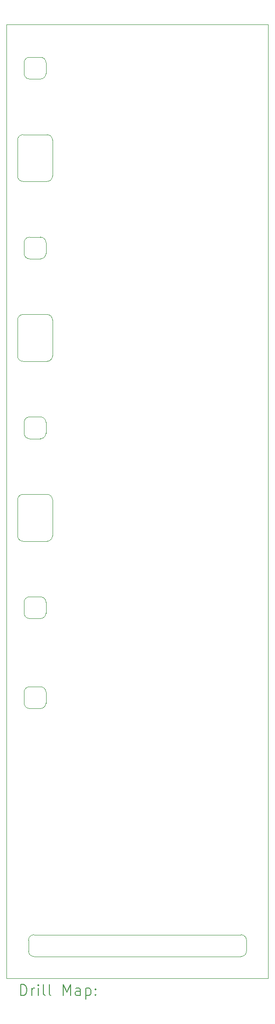
<source format=gbr>
%TF.GenerationSoftware,KiCad,Pcbnew,8.0.3*%
%TF.CreationDate,2024-06-29T16:08:03+02:00*%
%TF.ProjectId,DMH_Adapter_Mult_PCB,444d485f-4164-4617-9074-65725f4d756c,1*%
%TF.SameCoordinates,Original*%
%TF.FileFunction,Drillmap*%
%TF.FilePolarity,Positive*%
%FSLAX45Y45*%
G04 Gerber Fmt 4.5, Leading zero omitted, Abs format (unit mm)*
G04 Created by KiCad (PCBNEW 8.0.3) date 2024-06-29 16:08:03*
%MOMM*%
%LPD*%
G01*
G04 APERTURE LIST*
%ADD10C,0.050000*%
%ADD11C,0.200000*%
G04 APERTURE END LIST*
D10*
X5690000Y-13880000D02*
X5690000Y-13220000D01*
X5150000Y-7380000D02*
G75*
G02*
X5050000Y-7280000I0J100000D01*
G01*
X5250000Y-21300000D02*
G75*
G02*
X5350000Y-21200000I100000J0D01*
G01*
X5170000Y-15300000D02*
X5170000Y-15100000D01*
X5570000Y-15300000D02*
G75*
G02*
X5470000Y-15400000I-100000J0D01*
G01*
X5570000Y-8500000D02*
X5570000Y-8700000D01*
X5170000Y-11999289D02*
X5170000Y-11799289D01*
X5570000Y-5400000D02*
G75*
G02*
X5470000Y-5500000I-100000J0D01*
G01*
X5270000Y-15400000D02*
G75*
G02*
X5170000Y-15300000I0J100000D01*
G01*
X5570000Y-5200000D02*
X5570000Y-5400000D01*
X5470000Y-17050000D02*
X5270000Y-17050000D01*
X5150000Y-10680000D02*
X5590000Y-10680000D01*
X5170000Y-16950000D02*
X5170000Y-16750000D01*
X5170000Y-16750000D02*
G75*
G02*
X5270000Y-16650000I100000J0D01*
G01*
X5570000Y-15100000D02*
X5570000Y-15300000D01*
X5150000Y-10680000D02*
G75*
G02*
X5050000Y-10580000I0J100000D01*
G01*
X5270000Y-5100000D02*
X5470000Y-5100000D01*
X5170000Y-5400000D02*
X5170000Y-5200000D01*
X5470000Y-12099289D02*
X5270000Y-12099289D01*
X5270000Y-5500000D02*
G75*
G02*
X5170000Y-5400000I0J100000D01*
G01*
X9250000Y-21300000D02*
X9250000Y-21500000D01*
X5250000Y-21300000D02*
X5250000Y-21500000D01*
X5590000Y-13120000D02*
G75*
G02*
X5690000Y-13220000I0J-100000D01*
G01*
X5150000Y-13980000D02*
X5590000Y-13980000D01*
X9150000Y-21200000D02*
X5350000Y-21200000D01*
X9150000Y-21200000D02*
G75*
G02*
X9250000Y-21300000I0J-100000D01*
G01*
X9250000Y-21500000D02*
G75*
G02*
X9150000Y-21600000I-100000J0D01*
G01*
X5570000Y-16950000D02*
G75*
G02*
X5470000Y-17050000I-100000J0D01*
G01*
X4850000Y-4500000D02*
X9650000Y-4500000D01*
X9650000Y-22000000D01*
X4850000Y-22000000D01*
X4850000Y-4500000D01*
X5470000Y-11699289D02*
G75*
G02*
X5570001Y-11799289I0J-100001D01*
G01*
X5170000Y-11799289D02*
G75*
G02*
X5270000Y-11699290I100000J-1D01*
G01*
X5570000Y-11799289D02*
X5570000Y-11999289D01*
X5270000Y-11699289D02*
X5470000Y-11699289D01*
X5590000Y-9820000D02*
X5150000Y-9820000D01*
X5050000Y-13220000D02*
X5050000Y-13880000D01*
X5590000Y-6520000D02*
G75*
G02*
X5690000Y-6620000I0J-100000D01*
G01*
X5270000Y-16650000D02*
X5470000Y-16650000D01*
X5690000Y-7280000D02*
G75*
G02*
X5590000Y-7380000I-100000J0D01*
G01*
X5350000Y-21600000D02*
G75*
G02*
X5250000Y-21500000I0J100000D01*
G01*
X5150000Y-13980000D02*
G75*
G02*
X5050000Y-13880000I0J100000D01*
G01*
X5050000Y-6620000D02*
X5050000Y-7280000D01*
X5570000Y-11999289D02*
G75*
G02*
X5470000Y-12099290I-100000J-1D01*
G01*
X5470000Y-15400000D02*
X5270000Y-15400000D01*
X5170000Y-15100000D02*
G75*
G02*
X5270000Y-15000000I100000J0D01*
G01*
X5590000Y-9820000D02*
G75*
G02*
X5690000Y-9920000I0J-100000D01*
G01*
X5270000Y-17050000D02*
G75*
G02*
X5170000Y-16950000I0J100000D01*
G01*
X5470000Y-16650000D02*
G75*
G02*
X5570000Y-16750000I0J-100000D01*
G01*
X5050000Y-9920000D02*
X5050000Y-10580000D01*
X5350000Y-21600000D02*
X9150000Y-21600000D01*
X5050000Y-6620000D02*
G75*
G02*
X5150000Y-6520000I100000J0D01*
G01*
X5690000Y-10580000D02*
G75*
G02*
X5590000Y-10680000I-100000J0D01*
G01*
X5470000Y-8400000D02*
G75*
G02*
X5570000Y-8500000I0J-100000D01*
G01*
X5170000Y-5200000D02*
G75*
G02*
X5270000Y-5100000I100000J0D01*
G01*
X5270000Y-15000000D02*
X5470000Y-15000000D01*
X5170000Y-8700000D02*
X5170000Y-8500000D01*
X5270000Y-12099289D02*
G75*
G02*
X5170001Y-11999289I0J99999D01*
G01*
X5570000Y-16750000D02*
X5570000Y-16950000D01*
X5270000Y-8800000D02*
G75*
G02*
X5170000Y-8700000I0J100000D01*
G01*
X5150000Y-7380000D02*
X5590000Y-7380000D01*
X5470000Y-8800000D02*
X5270000Y-8800000D01*
X5270000Y-8400000D02*
X5470000Y-8400000D01*
X5590000Y-13120000D02*
X5150000Y-13120000D01*
X5690000Y-13880000D02*
G75*
G02*
X5590000Y-13980000I-100000J0D01*
G01*
X5470000Y-15000000D02*
G75*
G02*
X5570000Y-15100000I0J-100000D01*
G01*
X5470000Y-5500000D02*
X5270000Y-5500000D01*
X5470000Y-5100000D02*
G75*
G02*
X5570000Y-5200000I0J-100000D01*
G01*
X5170000Y-8500000D02*
G75*
G02*
X5270000Y-8400000I100000J0D01*
G01*
X5690000Y-10580000D02*
X5690000Y-9920000D01*
X5570000Y-8700000D02*
G75*
G02*
X5470000Y-8800000I-100000J0D01*
G01*
X5050000Y-13220000D02*
G75*
G02*
X5150000Y-13120000I100000J0D01*
G01*
X5590000Y-6520000D02*
X5150000Y-6520000D01*
X5050000Y-9920000D02*
G75*
G02*
X5150000Y-9820000I100000J0D01*
G01*
X5690000Y-7280000D02*
X5690000Y-6620000D01*
D11*
X5108277Y-22313984D02*
X5108277Y-22113984D01*
X5108277Y-22113984D02*
X5155896Y-22113984D01*
X5155896Y-22113984D02*
X5184467Y-22123508D01*
X5184467Y-22123508D02*
X5203515Y-22142555D01*
X5203515Y-22142555D02*
X5213039Y-22161603D01*
X5213039Y-22161603D02*
X5222563Y-22199698D01*
X5222563Y-22199698D02*
X5222563Y-22228270D01*
X5222563Y-22228270D02*
X5213039Y-22266365D01*
X5213039Y-22266365D02*
X5203515Y-22285412D01*
X5203515Y-22285412D02*
X5184467Y-22304460D01*
X5184467Y-22304460D02*
X5155896Y-22313984D01*
X5155896Y-22313984D02*
X5108277Y-22313984D01*
X5308277Y-22313984D02*
X5308277Y-22180650D01*
X5308277Y-22218746D02*
X5317801Y-22199698D01*
X5317801Y-22199698D02*
X5327324Y-22190174D01*
X5327324Y-22190174D02*
X5346372Y-22180650D01*
X5346372Y-22180650D02*
X5365420Y-22180650D01*
X5432086Y-22313984D02*
X5432086Y-22180650D01*
X5432086Y-22113984D02*
X5422563Y-22123508D01*
X5422563Y-22123508D02*
X5432086Y-22133031D01*
X5432086Y-22133031D02*
X5441610Y-22123508D01*
X5441610Y-22123508D02*
X5432086Y-22113984D01*
X5432086Y-22113984D02*
X5432086Y-22133031D01*
X5555896Y-22313984D02*
X5536848Y-22304460D01*
X5536848Y-22304460D02*
X5527324Y-22285412D01*
X5527324Y-22285412D02*
X5527324Y-22113984D01*
X5660658Y-22313984D02*
X5641610Y-22304460D01*
X5641610Y-22304460D02*
X5632086Y-22285412D01*
X5632086Y-22285412D02*
X5632086Y-22113984D01*
X5889229Y-22313984D02*
X5889229Y-22113984D01*
X5889229Y-22113984D02*
X5955896Y-22256841D01*
X5955896Y-22256841D02*
X6022562Y-22113984D01*
X6022562Y-22113984D02*
X6022562Y-22313984D01*
X6203515Y-22313984D02*
X6203515Y-22209222D01*
X6203515Y-22209222D02*
X6193991Y-22190174D01*
X6193991Y-22190174D02*
X6174943Y-22180650D01*
X6174943Y-22180650D02*
X6136848Y-22180650D01*
X6136848Y-22180650D02*
X6117801Y-22190174D01*
X6203515Y-22304460D02*
X6184467Y-22313984D01*
X6184467Y-22313984D02*
X6136848Y-22313984D01*
X6136848Y-22313984D02*
X6117801Y-22304460D01*
X6117801Y-22304460D02*
X6108277Y-22285412D01*
X6108277Y-22285412D02*
X6108277Y-22266365D01*
X6108277Y-22266365D02*
X6117801Y-22247317D01*
X6117801Y-22247317D02*
X6136848Y-22237793D01*
X6136848Y-22237793D02*
X6184467Y-22237793D01*
X6184467Y-22237793D02*
X6203515Y-22228270D01*
X6298753Y-22180650D02*
X6298753Y-22380650D01*
X6298753Y-22190174D02*
X6317801Y-22180650D01*
X6317801Y-22180650D02*
X6355896Y-22180650D01*
X6355896Y-22180650D02*
X6374943Y-22190174D01*
X6374943Y-22190174D02*
X6384467Y-22199698D01*
X6384467Y-22199698D02*
X6393991Y-22218746D01*
X6393991Y-22218746D02*
X6393991Y-22275889D01*
X6393991Y-22275889D02*
X6384467Y-22294936D01*
X6384467Y-22294936D02*
X6374943Y-22304460D01*
X6374943Y-22304460D02*
X6355896Y-22313984D01*
X6355896Y-22313984D02*
X6317801Y-22313984D01*
X6317801Y-22313984D02*
X6298753Y-22304460D01*
X6479705Y-22294936D02*
X6489229Y-22304460D01*
X6489229Y-22304460D02*
X6479705Y-22313984D01*
X6479705Y-22313984D02*
X6470182Y-22304460D01*
X6470182Y-22304460D02*
X6479705Y-22294936D01*
X6479705Y-22294936D02*
X6479705Y-22313984D01*
X6479705Y-22190174D02*
X6489229Y-22199698D01*
X6489229Y-22199698D02*
X6479705Y-22209222D01*
X6479705Y-22209222D02*
X6470182Y-22199698D01*
X6470182Y-22199698D02*
X6479705Y-22190174D01*
X6479705Y-22190174D02*
X6479705Y-22209222D01*
M02*

</source>
